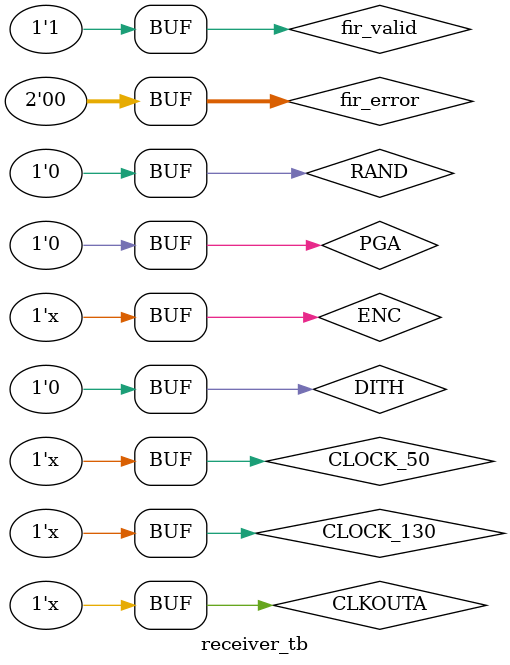
<source format=v>

`timescale 1ns/100ps


module receiver_tb();

	reg CLOCK_50;
	reg CLOCK_130;
	wire CLKOUTA;
	reg signed [15:0] DA;
	wire PGA;
	wire DITH;
	wire RAND;
	wire ENC;
	wire [7:0] LED;
	wire [2:1] TX;



	wire fir_valid;
	wire [1:0] fir_error;

	assign	PGA = 0;
	assign	DITH = 0;
	assign	RAND = 0;
	assign	fir_valid = 1'd1;
	assign	fir_error = 2'd0;




	assign CLKOUTA = ENC;


	wire reset_n;
	reset_state rst1
	(
		.clock(CLKOUTA),
		.reset_n(reset_n)
	);

	/*
	pll_board pll1
	(
		.inclk0(CLOCK_50),
		.c0(ENC)
	);
	*/
	assign ENC = CLOCK_130;

	wire signed [19:0] sine77_5k;
	cordic c1
	(
	.clock(CLKOUTA), //130MHz
	.phase_inc(32'd364741838),
	.re(sine77_5k),
	.im()
	);


	/*
	wire signed [25:0] fir_first_data_out;
	wire fir_first_valid_out;
	wire [1:0] fir_first_error_out;
	fir_first f1
	(
		.clk              (CLKOUTA),
		.reset_n          (reset_n),
		.ast_sink_data    (sine77_5k[19:4]),
		.ast_sink_valid   (fir_valid),
		.ast_sink_error   (fir_error),
		.ast_source_data  (fir_first_data_out),
		.ast_source_valid (fir_first_valid_out),
		.ast_source_error (fir_first_error_out)
	);
*/
	wire signed [31:0] fir_second_data_out;
	wire fir_second_valid_out;
	wire [1:0] fir_second_error_out;
	fir_second f2
	(
		.clk              (CLKOUTA),
		.reset_n          (reset_n),
		.ast_sink_data    ({6'b0, sine77_5k}),
		.ast_sink_valid   (fir_valid),
		.ast_sink_error   (fir_error),
		.ast_source_data  (fir_second_data_out),
		.ast_source_valid (fir_second_valid_out),
		.ast_source_error (fir_second_error_out)
	);


initial
begin

	CLOCK_50=0;
	DA=0;
	CLOCK_130=0;

end



parameter clk_perios_ns = 769; //130MHz


always
begin
#(clk_perios_ns/2);
CLOCK_50=~CLOCK_50;
CLOCK_130=~CLOCK_130;

end


always @(posedge CLKOUTA)
begin
	DA = $random;
end


endmodule

</source>
